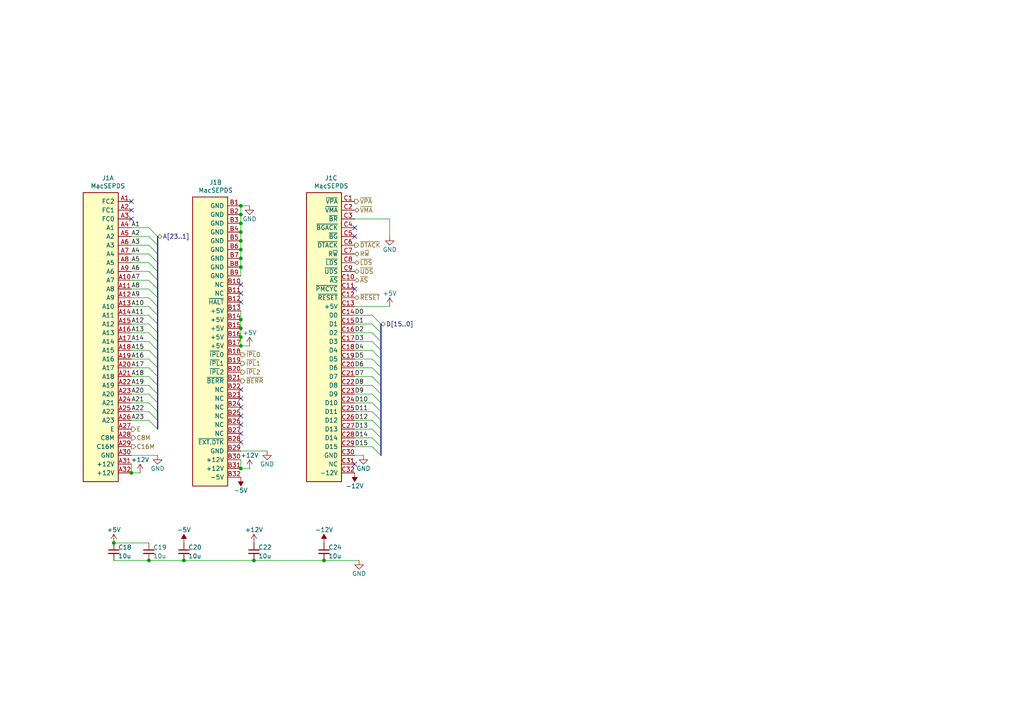
<source format=kicad_sch>
(kicad_sch (version 20211123) (generator eeschema)
  (paper "A4")
  (lib_symbols
    (symbol "Device:C_Small" (pin_numbers hide) (pin_names (offset 0.254) hide)
      (property "Reference" "C" (at 0.254 1.778 0))
      (property "Value" "C_Small" (at 0.254 -2.032 0))
      (symbol "C_Small_0_1"
        (polyline (pts (xy -1.524 -0.508) (xy 1.524 -0.508)) (stroke (width 0.3302)))
        (polyline (pts (xy -1.524 0.508) (xy 1.524 0.508)) (stroke (width 0.3048)))
      )
      (symbol "C_Small_1_1"
        (pin passive line (at 0 2.54 270) (length 2.032) (name "~") (number "1"))
        (pin passive line (at 0 -2.54 90) (length 2.032) (name "~") (number "2"))
      )
    )
    (symbol "GW_Connector:MacSEPDS" (pin_names (offset 1.016))
      (property "Reference" "J" (at 0 45.72 0))
      (property "Value" "MacSEPDS" (at 0 -40.64 0))
      (symbol "MacSEPDS_0_1"
        (rectangle (start 0 44.45) (end -10.16 -39.37) (stroke (width 0.254)) (fill (type background)))
      )
      (symbol "MacSEPDS_1_1"
        (pin unspecified line (at 3.81 41.91 180) (length 3.81) (name "FC2") (number "A1"))
        (pin unspecified line (at 3.81 19.05 180) (length 3.81) (name "A7") (number "A10"))
        (pin unspecified line (at 3.81 16.51 180) (length 3.81) (name "A8") (number "A11"))
        (pin unspecified line (at 3.81 13.97 180) (length 3.81) (name "A9") (number "A12"))
        (pin unspecified line (at 3.81 11.43 180) (length 3.81) (name "A10") (number "A13"))
        (pin unspecified line (at 3.81 8.89 180) (length 3.81) (name "A11") (number "A14"))
        (pin unspecified line (at 3.81 6.35 180) (length 3.81) (name "A12") (number "A15"))
        (pin unspecified line (at 3.81 3.81 180) (length 3.81) (name "A13") (number "A16"))
        (pin unspecified line (at 3.81 1.27 180) (length 3.81) (name "A14") (number "A17"))
        (pin unspecified line (at 3.81 -1.27 180) (length 3.81) (name "A15") (number "A18"))
        (pin unspecified line (at 3.81 -3.81 180) (length 3.81) (name "A16") (number "A19"))
        (pin unspecified line (at 3.81 39.37 180) (length 3.81) (name "FC1") (number "A2"))
        (pin unspecified line (at 3.81 -6.35 180) (length 3.81) (name "A17") (number "A20"))
        (pin unspecified line (at 3.81 -8.89 180) (length 3.81) (name "A18") (number "A21"))
        (pin unspecified line (at 3.81 -11.43 180) (length 3.81) (name "A19") (number "A22"))
        (pin unspecified line (at 3.81 -13.97 180) (length 3.81) (name "A20") (number "A23"))
        (pin unspecified line (at 3.81 -16.51 180) (length 3.81) (name "A21") (number "A24"))
        (pin unspecified line (at 3.81 -19.05 180) (length 3.81) (name "A22") (number "A25"))
        (pin unspecified line (at 3.81 -21.59 180) (length 3.81) (name "A23") (number "A26"))
        (pin unspecified line (at 3.81 -24.13 180) (length 3.81) (name "E") (number "A27"))
        (pin unspecified line (at 3.81 -26.67 180) (length 3.81) (name "C8M") (number "A28"))
        (pin unspecified line (at 3.81 -29.21 180) (length 3.81) (name "C16M") (number "A29"))
        (pin unspecified line (at 3.81 36.83 180) (length 3.81) (name "FC0") (number "A3"))
        (pin unspecified line (at 3.81 -31.75 180) (length 3.81) (name "GND") (number "A30"))
        (pin unspecified line (at 3.81 -34.29 180) (length 3.81) (name "+12V") (number "A31"))
        (pin unspecified line (at 3.81 -36.83 180) (length 3.81) (name "+12V") (number "A32"))
        (pin unspecified line (at 3.81 34.29 180) (length 3.81) (name "A1") (number "A4"))
        (pin unspecified line (at 3.81 31.75 180) (length 3.81) (name "A2") (number "A5"))
        (pin unspecified line (at 3.81 29.21 180) (length 3.81) (name "A3") (number "A6"))
        (pin unspecified line (at 3.81 26.67 180) (length 3.81) (name "A4") (number "A7"))
        (pin unspecified line (at 3.81 24.13 180) (length 3.81) (name "A5") (number "A8"))
        (pin unspecified line (at 3.81 21.59 180) (length 3.81) (name "A6") (number "A9"))
      )
      (symbol "MacSEPDS_2_1"
        (pin unspecified line (at 3.81 41.91 180) (length 3.81) (name "GND") (number "B1"))
        (pin unspecified line (at 3.81 19.05 180) (length 3.81) (name "NC") (number "B10"))
        (pin unspecified line (at 3.81 16.51 180) (length 3.81) (name "NC") (number "B11"))
        (pin unspecified line (at 3.81 13.97 180) (length 3.81) (name "~{HALT}") (number "B12"))
        (pin unspecified line (at 3.81 11.43 180) (length 3.81) (name "+5V") (number "B13"))
        (pin unspecified line (at 3.81 8.89 180) (length 3.81) (name "+5V") (number "B14"))
        (pin unspecified line (at 3.81 6.35 180) (length 3.81) (name "+5V") (number "B15"))
        (pin unspecified line (at 3.81 3.81 180) (length 3.81) (name "+5V") (number "B16"))
        (pin unspecified line (at 3.81 1.27 180) (length 3.81) (name "+5V") (number "B17"))
        (pin unspecified line (at 3.81 -1.27 180) (length 3.81) (name "~{IPL}0") (number "B18"))
        (pin unspecified line (at 3.81 -3.81 180) (length 3.81) (name "~{IPL}1") (number "B19"))
        (pin unspecified line (at 3.81 39.37 180) (length 3.81) (name "GND") (number "B2"))
        (pin unspecified line (at 3.81 -6.35 180) (length 3.81) (name "~{IPL}2") (number "B20"))
        (pin unspecified line (at 3.81 -8.89 180) (length 3.81) (name "~{BERR}") (number "B21"))
        (pin unspecified line (at 3.81 -11.43 180) (length 3.81) (name "NC") (number "B22"))
        (pin unspecified line (at 3.81 -13.97 180) (length 3.81) (name "NC") (number "B23"))
        (pin unspecified line (at 3.81 -16.51 180) (length 3.81) (name "NC") (number "B24"))
        (pin unspecified line (at 3.81 -19.05 180) (length 3.81) (name "NC") (number "B25"))
        (pin unspecified line (at 3.81 -21.59 180) (length 3.81) (name "NC") (number "B26"))
        (pin unspecified line (at 3.81 -24.13 180) (length 3.81) (name "NC") (number "B27"))
        (pin unspecified line (at 3.81 -26.67 180) (length 3.81) (name "~{EXT.DTK}") (number "B28"))
        (pin unspecified line (at 3.81 -29.21 180) (length 3.81) (name "GND") (number "B29"))
        (pin unspecified line (at 3.81 36.83 180) (length 3.81) (name "GND") (number "B3"))
        (pin unspecified line (at 3.81 -31.75 180) (length 3.81) (name "+12V") (number "B30"))
        (pin unspecified line (at 3.81 -34.29 180) (length 3.81) (name "+12V") (number "B31"))
        (pin unspecified line (at 3.81 -36.83 180) (length 3.81) (name "-5V") (number "B32"))
        (pin unspecified line (at 3.81 34.29 180) (length 3.81) (name "GND") (number "B4"))
        (pin unspecified line (at 3.81 31.75 180) (length 3.81) (name "GND") (number "B5"))
        (pin unspecified line (at 3.81 29.21 180) (length 3.81) (name "GND") (number "B6"))
        (pin unspecified line (at 3.81 26.67 180) (length 3.81) (name "GND") (number "B7"))
        (pin unspecified line (at 3.81 24.13 180) (length 3.81) (name "GND") (number "B8"))
        (pin unspecified line (at 3.81 21.59 180) (length 3.81) (name "GND") (number "B9"))
      )
      (symbol "MacSEPDS_3_1"
        (pin unspecified line (at 3.81 41.91 180) (length 3.81) (name "~{VPA}") (number "C1"))
        (pin unspecified line (at 3.81 19.05 180) (length 3.81) (name "~{AS}") (number "C10"))
        (pin unspecified line (at 3.81 16.51 180) (length 3.81) (name "~{PMCYC}") (number "C11"))
        (pin unspecified line (at 3.81 13.97 180) (length 3.81) (name "~{RESET}") (number "C12"))
        (pin unspecified line (at 3.81 11.43 180) (length 3.81) (name "+5V") (number "C13"))
        (pin unspecified line (at 3.81 8.89 180) (length 3.81) (name "D0") (number "C14"))
        (pin unspecified line (at 3.81 6.35 180) (length 3.81) (name "D1") (number "C15"))
        (pin unspecified line (at 3.81 3.81 180) (length 3.81) (name "D2") (number "C16"))
        (pin unspecified line (at 3.81 1.27 180) (length 3.81) (name "D3") (number "C17"))
        (pin unspecified line (at 3.81 -1.27 180) (length 3.81) (name "D4") (number "C18"))
        (pin unspecified line (at 3.81 -3.81 180) (length 3.81) (name "D5") (number "C19"))
        (pin unspecified line (at 3.81 39.37 180) (length 3.81) (name "~{VMA}") (number "C2"))
        (pin unspecified line (at 3.81 -6.35 180) (length 3.81) (name "D6") (number "C20"))
        (pin unspecified line (at 3.81 -8.89 180) (length 3.81) (name "D7") (number "C21"))
        (pin unspecified line (at 3.81 -11.43 180) (length 3.81) (name "D8") (number "C22"))
        (pin unspecified line (at 3.81 -13.97 180) (length 3.81) (name "D9") (number "C23"))
        (pin unspecified line (at 3.81 -16.51 180) (length 3.81) (name "D10") (number "C24"))
        (pin unspecified line (at 3.81 -19.05 180) (length 3.81) (name "D11") (number "C25"))
        (pin unspecified line (at 3.81 -21.59 180) (length 3.81) (name "D12") (number "C26"))
        (pin unspecified line (at 3.81 -24.13 180) (length 3.81) (name "D13") (number "C27"))
        (pin unspecified line (at 3.81 -26.67 180) (length 3.81) (name "D14") (number "C28"))
        (pin unspecified line (at 3.81 -29.21 180) (length 3.81) (name "D15") (number "C29"))
        (pin unspecified line (at 3.81 36.83 180) (length 3.81) (name "~{BR}") (number "C3"))
        (pin unspecified line (at 3.81 -31.75 180) (length 3.81) (name "GND") (number "C30"))
        (pin unspecified line (at 3.81 -34.29 180) (length 3.81) (name "NC") (number "C31"))
        (pin unspecified line (at 3.81 -36.83 180) (length 3.81) (name "-12V") (number "C32"))
        (pin unspecified line (at 3.81 34.29 180) (length 3.81) (name "~{BGACK}") (number "C4"))
        (pin unspecified line (at 3.81 31.75 180) (length 3.81) (name "~{BG}") (number "C5"))
        (pin unspecified line (at 3.81 29.21 180) (length 3.81) (name "~{DTACK}") (number "C6"))
        (pin unspecified line (at 3.81 26.67 180) (length 3.81) (name "R~{W}") (number "C7"))
        (pin unspecified line (at 3.81 24.13 180) (length 3.81) (name "~{LDS}") (number "C8"))
        (pin unspecified line (at 3.81 21.59 180) (length 3.81) (name "~{UDS}") (number "C9"))
      )
    )
    (symbol "power:+12V" (power) (pin_names (offset 0))
      (property "Value" "+12V" (at 0 3.556 0))
      (symbol "+12V_0_1"
        (polyline (pts (xy -0.762 1.27) (xy 0 2.54)))
        (polyline (pts (xy 0 0) (xy 0 2.54)))
        (polyline (pts (xy 0 2.54) (xy 0.762 1.27)))
      )
      (symbol "+12V_1_1"
        (pin power_in line (at 0 0 90) (length 0) hide (name "+12V") (number "1"))
      )
    )
    (symbol "power:+5V" (power) (pin_names (offset 0))
      (property "Value" "+5V" (at 0 3.556 0))
      (symbol "+5V_0_1"
        (polyline (pts (xy -0.762 1.27) (xy 0 2.54)))
        (polyline (pts (xy 0 0) (xy 0 2.54)))
        (polyline (pts (xy 0 2.54) (xy 0.762 1.27)))
      )
      (symbol "+5V_1_1"
        (pin power_in line (at 0 0 90) (length 0) hide (name "+5V") (number "1"))
      )
    )
    (symbol "power:-12V" (power) (pin_names (offset 0))
      (property "Value" "-12V" (at 0 3.81 0))
      (symbol "-12V_0_0"
        (pin power_in line (at 0 0 90) (length 0) hide (name "-12V") (number "1"))
      )
      (symbol "-12V_0_1"
        (polyline (pts (xy 0 0) (xy 0 1.27) (xy 0.762 1.27) (xy 0 2.54) (xy -0.762 1.27) (xy 0 1.27)) (fill (type outline)))
      )
    )
    (symbol "power:-5V" (power) (pin_names (offset 0))
      (property "Value" "-5V" (at 0 3.81 0))
      (symbol "-5V_0_0"
        (pin power_in line (at 0 0 90) (length 0) hide (name "-5V") (number "1"))
      )
      (symbol "-5V_0_1"
        (polyline (pts (xy 0 0) (xy 0 1.27) (xy 0.762 1.27) (xy 0 2.54) (xy -0.762 1.27) (xy 0 1.27)) (fill (type outline)))
      )
    )
    (symbol "power:GND" (power) (pin_names (offset 0))
      (property "Value" "GND" (at 0 -3.81 0))
      (symbol "GND_0_1"
        (polyline (pts (xy 0 0) (xy 0 -1.27) (xy 1.27 -1.27) (xy 0 -2.54) (xy -1.27 -1.27) (xy 0 -1.27)))
      )
      (symbol "GND_1_1"
        (pin power_in line (at 0 0 270) (length 0) hide (name "GND") (number "1"))
      )
    )
  )
  (junction (at 69.85 92.71))
  (junction (at 69.85 59.69))
  (junction (at 69.85 62.23))
  (junction (at 69.85 69.85))
  (junction (at 33.02 157.48))
  (junction (at 69.85 100.33))
  (junction (at 69.85 135.89))
  (junction (at 69.85 95.25))
  (junction (at 93.98 162.56))
  (junction (at 69.85 67.31))
  (junction (at 38.1 137.16))
  (junction (at 73.66 162.56))
  (junction (at 43.18 162.56))
  (junction (at 69.85 64.77))
  (junction (at 53.34 162.56))
  (junction (at 69.85 72.39))
  (junction (at 69.85 74.93))
  (junction (at 69.85 97.79))
  (junction (at 69.85 77.47))
  (no_connect (at 69.85 85.09))
  (no_connect (at 102.87 66.04))
  (no_connect (at 69.85 82.55))
  (no_connect (at 69.85 123.19))
  (no_connect (at 69.85 118.11))
  (no_connect (at 38.1 60.96))
  (no_connect (at 69.85 120.65))
  (no_connect (at 38.1 63.5))
  (no_connect (at 102.87 68.58))
  (no_connect (at 69.85 87.63))
  (no_connect (at 69.85 125.73))
  (no_connect (at 38.1 58.42))
  (no_connect (at 102.87 134.62))
  (no_connect (at 69.85 128.27))
  (no_connect (at 69.85 113.03))
  (no_connect (at 69.85 115.57))
  (no_connect (at 102.87 83.82))
  (bus_entry (at 43.18 73.66) (size 2.54 2.54))
  (bus_entry (at 107.95 121.92) (size 2.54 2.54))
  (bus_entry (at 107.95 91.44) (size 2.54 2.54))
  (bus_entry (at 107.95 119.38) (size 2.54 2.54))
  (bus_entry (at 107.95 114.3) (size 2.54 2.54))
  (bus_entry (at 43.18 68.58) (size 2.54 2.54))
  (bus_entry (at 43.18 99.06) (size 2.54 2.54))
  (bus_entry (at 107.95 111.76) (size 2.54 2.54))
  (bus_entry (at 107.95 129.54) (size 2.54 2.54))
  (bus_entry (at 43.18 76.2) (size 2.54 2.54))
  (bus_entry (at 43.18 111.76) (size 2.54 2.54))
  (bus_entry (at 43.18 83.82) (size 2.54 2.54))
  (bus_entry (at 43.18 121.92) (size 2.54 2.54))
  (bus_entry (at 107.95 127) (size 2.54 2.54))
  (bus_entry (at 43.18 78.74) (size 2.54 2.54))
  (bus_entry (at 43.18 66.04) (size 2.54 2.54))
  (bus_entry (at 43.18 91.44) (size 2.54 2.54))
  (bus_entry (at 107.95 101.6) (size 2.54 2.54))
  (bus_entry (at 43.18 114.3) (size 2.54 2.54))
  (bus_entry (at 43.18 81.28) (size 2.54 2.54))
  (bus_entry (at 43.18 71.12) (size 2.54 2.54))
  (bus_entry (at 107.95 99.06) (size 2.54 2.54))
  (bus_entry (at 107.95 93.98) (size 2.54 2.54))
  (bus_entry (at 43.18 116.84) (size 2.54 2.54))
  (bus_entry (at 107.95 106.68) (size 2.54 2.54))
  (bus_entry (at 43.18 101.6) (size 2.54 2.54))
  (bus_entry (at 43.18 104.14) (size 2.54 2.54))
  (bus_entry (at 43.18 109.22) (size 2.54 2.54))
  (bus_entry (at 107.95 96.52) (size 2.54 2.54))
  (bus_entry (at 43.18 93.98) (size 2.54 2.54))
  (bus_entry (at 107.95 109.22) (size 2.54 2.54))
  (bus_entry (at 107.95 124.46) (size 2.54 2.54))
  (bus_entry (at 43.18 86.36) (size 2.54 2.54))
  (bus_entry (at 107.95 116.84) (size 2.54 2.54))
  (bus_entry (at 43.18 96.52) (size 2.54 2.54))
  (bus_entry (at 107.95 104.14) (size 2.54 2.54))
  (bus_entry (at 43.18 119.38) (size 2.54 2.54))
  (bus_entry (at 43.18 106.68) (size 2.54 2.54))
  (bus_entry (at 43.18 88.9) (size 2.54 2.54))
  (wire (pts (xy 69.85 69.85) (xy 69.85 67.31)))
  (wire (pts (xy 38.1 109.22) (xy 43.18 109.22)))
  (bus (pts (xy 45.72 68.58) (xy 45.72 71.12)))
  (wire (pts (xy 102.87 116.84) (xy 107.95 116.84)))
  (bus (pts (xy 110.49 109.22) (xy 110.49 111.76)))
  (wire (pts (xy 40.64 137.16) (xy 38.1 137.16)))
  (bus (pts (xy 110.49 106.68) (xy 110.49 109.22)))
  (wire (pts (xy 102.87 99.06) (xy 107.95 99.06)))
  (bus (pts (xy 45.72 86.36) (xy 45.72 88.9)))
  (bus (pts (xy 45.72 121.92) (xy 45.72 124.46)))
  (wire (pts (xy 69.85 95.25) (xy 69.85 97.79)))
  (bus (pts (xy 45.72 111.76) (xy 45.72 114.3)))
  (bus (pts (xy 110.49 129.54) (xy 110.49 132.08)))
  (bus (pts (xy 45.72 71.12) (xy 45.72 73.66)))
  (wire (pts (xy 38.1 78.74) (xy 43.18 78.74)))
  (wire (pts (xy 69.85 67.31) (xy 69.85 64.77)))
  (bus (pts (xy 110.49 111.76) (xy 110.49 114.3)))
  (bus (pts (xy 45.72 76.2) (xy 45.72 78.74)))
  (wire (pts (xy 102.87 106.68) (xy 107.95 106.68)))
  (wire (pts (xy 69.85 62.23) (xy 69.85 59.69)))
  (wire (pts (xy 102.87 91.44) (xy 107.95 91.44)))
  (bus (pts (xy 110.49 114.3) (xy 110.49 116.84)))
  (wire (pts (xy 43.18 162.56) (xy 53.34 162.56)))
  (wire (pts (xy 38.1 106.68) (xy 43.18 106.68)))
  (bus (pts (xy 45.72 73.66) (xy 45.72 76.2)))
  (bus (pts (xy 45.72 114.3) (xy 45.72 116.84)))
  (bus (pts (xy 45.72 109.22) (xy 45.72 111.76)))
  (wire (pts (xy 33.02 157.48) (xy 43.18 157.48)))
  (wire (pts (xy 38.1 73.66) (xy 43.18 73.66)))
  (bus (pts (xy 45.72 96.52) (xy 45.72 99.06)))
  (wire (pts (xy 102.87 109.22) (xy 107.95 109.22)))
  (wire (pts (xy 113.03 63.5) (xy 113.03 68.58)))
  (wire (pts (xy 102.87 93.98) (xy 107.95 93.98)))
  (bus (pts (xy 45.72 78.74) (xy 45.72 81.28)))
  (wire (pts (xy 38.1 114.3) (xy 43.18 114.3)))
  (wire (pts (xy 102.87 111.76) (xy 107.95 111.76)))
  (bus (pts (xy 45.72 101.6) (xy 45.72 104.14)))
  (wire (pts (xy 38.1 101.6) (xy 43.18 101.6)))
  (wire (pts (xy 69.85 72.39) (xy 69.85 69.85)))
  (wire (pts (xy 38.1 66.04) (xy 43.18 66.04)))
  (wire (pts (xy 38.1 121.92) (xy 43.18 121.92)))
  (wire (pts (xy 38.1 76.2) (xy 43.18 76.2)))
  (wire (pts (xy 45.72 132.08) (xy 38.1 132.08)))
  (bus (pts (xy 110.49 96.52) (xy 110.49 99.06)))
  (wire (pts (xy 69.85 80.01) (xy 69.85 77.47)))
  (wire (pts (xy 69.85 64.77) (xy 69.85 62.23)))
  (bus (pts (xy 110.49 99.06) (xy 110.49 101.6)))
  (bus (pts (xy 45.72 99.06) (xy 45.72 101.6)))
  (bus (pts (xy 45.72 119.38) (xy 45.72 121.92)))
  (wire (pts (xy 93.98 162.56) (xy 104.14 162.56)))
  (wire (pts (xy 102.87 88.9) (xy 113.03 88.9)))
  (wire (pts (xy 102.87 132.08) (xy 105.41 132.08)))
  (wire (pts (xy 102.87 124.46) (xy 107.95 124.46)))
  (wire (pts (xy 102.87 96.52) (xy 107.95 96.52)))
  (bus (pts (xy 110.49 119.38) (xy 110.49 121.92)))
  (wire (pts (xy 102.87 63.5) (xy 113.03 63.5)))
  (wire (pts (xy 38.1 119.38) (xy 43.18 119.38)))
  (bus (pts (xy 110.49 127) (xy 110.49 129.54)))
  (wire (pts (xy 102.87 114.3) (xy 107.95 114.3)))
  (wire (pts (xy 102.87 101.6) (xy 107.95 101.6)))
  (bus (pts (xy 45.72 83.82) (xy 45.72 86.36)))
  (bus (pts (xy 110.49 104.14) (xy 110.49 106.68)))
  (wire (pts (xy 102.87 129.54) (xy 107.95 129.54)))
  (wire (pts (xy 69.85 133.35) (xy 69.85 135.89)))
  (wire (pts (xy 38.1 91.44) (xy 43.18 91.44)))
  (bus (pts (xy 45.72 93.98) (xy 45.72 96.52)))
  (wire (pts (xy 102.87 127) (xy 107.95 127)))
  (bus (pts (xy 110.49 124.46) (xy 110.49 127)))
  (wire (pts (xy 69.85 92.71) (xy 69.85 95.25)))
  (wire (pts (xy 38.1 116.84) (xy 43.18 116.84)))
  (wire (pts (xy 102.87 119.38) (xy 107.95 119.38)))
  (wire (pts (xy 38.1 81.28) (xy 43.18 81.28)))
  (wire (pts (xy 69.85 77.47) (xy 69.85 74.93)))
  (bus (pts (xy 45.72 88.9) (xy 45.72 91.44)))
  (wire (pts (xy 38.1 104.14) (xy 43.18 104.14)))
  (wire (pts (xy 38.1 96.52) (xy 43.18 96.52)))
  (wire (pts (xy 38.1 111.76) (xy 43.18 111.76)))
  (bus (pts (xy 110.49 93.98) (xy 110.49 96.52)))
  (wire (pts (xy 69.85 74.93) (xy 69.85 72.39)))
  (wire (pts (xy 33.02 162.56) (xy 43.18 162.56)))
  (bus (pts (xy 45.72 104.14) (xy 45.72 106.68)))
  (wire (pts (xy 72.39 59.69) (xy 69.85 59.69)))
  (wire (pts (xy 38.1 86.36) (xy 43.18 86.36)))
  (bus (pts (xy 45.72 81.28) (xy 45.72 83.82)))
  (wire (pts (xy 38.1 68.58) (xy 43.18 68.58)))
  (wire (pts (xy 102.87 121.92) (xy 107.95 121.92)))
  (wire (pts (xy 77.47 130.81) (xy 69.85 130.81)))
  (bus (pts (xy 110.49 101.6) (xy 110.49 104.14)))
  (wire (pts (xy 69.85 97.79) (xy 69.85 100.33)))
  (wire (pts (xy 38.1 83.82) (xy 43.18 83.82)))
  (wire (pts (xy 38.1 93.98) (xy 43.18 93.98)))
  (wire (pts (xy 53.34 162.56) (xy 73.66 162.56)))
  (bus (pts (xy 110.49 116.84) (xy 110.49 119.38)))
  (wire (pts (xy 69.85 90.17) (xy 69.85 92.71)))
  (bus (pts (xy 45.72 106.68) (xy 45.72 109.22)))
  (wire (pts (xy 102.87 104.14) (xy 107.95 104.14)))
  (wire (pts (xy 38.1 71.12) (xy 43.18 71.12)))
  (bus (pts (xy 45.72 91.44) (xy 45.72 93.98)))
  (bus (pts (xy 45.72 116.84) (xy 45.72 119.38)))
  (wire (pts (xy 72.39 100.33) (xy 69.85 100.33)))
  (wire (pts (xy 72.39 135.89) (xy 69.85 135.89)))
  (wire (pts (xy 38.1 88.9) (xy 43.18 88.9)))
  (wire (pts (xy 73.66 162.56) (xy 93.98 162.56)))
  (bus (pts (xy 110.49 121.92) (xy 110.49 124.46)))
  (wire (pts (xy 38.1 137.16) (xy 38.1 134.62)))
  (wire (pts (xy 38.1 99.06) (xy 43.18 99.06)))
  (label "A21" (at 38.1 116.84 0))
  (label "A3" (at 38.1 71.12 0))
  (label "D12" (at 102.87 121.92 0))
  (label "A11" (at 38.1 91.44 0))
  (label "D7" (at 102.87 109.22 0))
  (label "A15" (at 38.1 101.6 0))
  (label "A20" (at 38.1 114.3 0))
  (label "A16" (at 38.1 104.14 0))
  (label "D9" (at 102.87 114.3 0))
  (label "A23" (at 38.1 121.92 0))
  (label "A18" (at 38.1 109.22 0))
  (label "A7" (at 38.1 81.28 0))
  (label "D2" (at 102.87 96.52 0))
  (label "A4" (at 38.1 73.66 0))
  (label "A8" (at 38.1 83.82 0))
  (label "A22" (at 38.1 119.38 0))
  (label "D6" (at 102.87 106.68 0))
  (label "A17" (at 38.1 106.68 0))
  (label "D5" (at 102.87 104.14 0))
  (label "A14" (at 38.1 99.06 0))
  (label "D1" (at 102.87 93.98 0))
  (label "D15" (at 102.87 129.54 0))
  (label "A5" (at 38.1 76.2 0))
  (label "D0" (at 102.87 91.44 0))
  (label "A6" (at 38.1 78.74 0))
  (label "A10" (at 38.1 88.9 0))
  (label "D14" (at 102.87 127 0))
  (label "A9" (at 38.1 86.36 0))
  (label "D8" (at 102.87 111.76 0))
  (label "A13" (at 38.1 96.52 0))
  (label "D3" (at 102.87 99.06 0))
  (label "D4" (at 102.87 101.6 0))
  (label "D10" (at 102.87 116.84 0))
  (label "A1" (at 38.1 66.04 0))
  (label "A12" (at 38.1 93.98 0))
  (label "D13" (at 102.87 124.46 0))
  (label "A19" (at 38.1 111.76 0))
  (label "D11" (at 102.87 119.38 0))
  (label "A2" (at 38.1 68.58 0))
  (hierarchical_label "E" (shape output) (at 38.1 124.46 0))
  (hierarchical_label "~{IPL}2" (shape output) (at 69.85 107.95 0))
  (hierarchical_label "C8M" (shape output) (at 38.1 127 0))
  (hierarchical_label "R~{W}" (shape bidirectional) (at 102.87 73.66 0))
  (hierarchical_label "~{AS}" (shape bidirectional) (at 102.87 81.28 0))
  (hierarchical_label "~{VMA}" (shape bidirectional) (at 102.87 60.96 0))
  (hierarchical_label "~{IPL}1" (shape output) (at 69.85 105.41 0))
  (hierarchical_label "~{UDS}" (shape bidirectional) (at 102.87 78.74 0))
  (hierarchical_label "~{RESET}" (shape bidirectional) (at 102.87 86.36 0))
  (hierarchical_label "A[23..1]" (shape bidirectional) (at 45.72 68.58 0))
  (hierarchical_label "C16M" (shape output) (at 38.1 129.54 0))
  (hierarchical_label "D[15..0]" (shape bidirectional) (at 110.49 93.98 0))
  (hierarchical_label "~{BERR}" (shape output) (at 69.85 110.49 0))
  (hierarchical_label "~{IPL}0" (shape output) (at 69.85 102.87 0))
  (hierarchical_label "~{DTACK}" (shape output) (at 102.87 71.12 0))
  (hierarchical_label "~{VPA}" (shape output) (at 102.87 58.42 0))
  (hierarchical_label "~{LDS}" (shape bidirectional) (at 102.87 76.2 0))
  (symbol (lib_id "GW_Connector:MacSEPDS") (at 34.29 100.33 0) (unit 1)
    (property "Reference" "J1" (at 31.2928 51.6382 0))
    (property "Value" "MacSEPDS" (at 31.2928 53.9496 0))
    (property "Footprint" "stdpads:DIN41612_R_3x32_Male_Vertical_THT" (effects hide))
  )
  (symbol (lib_id "GW_Connector:MacSEPDS") (at 66.04 101.6 0) (unit 2)
    (property "Reference" "J1" (at 62.5348 52.9082 0))
    (property "Value" "MacSEPDS" (at 62.5348 55.2196 0))
    (property "Footprint" "stdpads:DIN41612_R_3x32_Male_Vertical_THT" (effects hide))
  )
  (symbol (lib_id "GW_Connector:MacSEPDS") (at 99.06 100.33 0) (unit 3)
    (property "Reference" "J1" (at 96.0628 51.6382 0))
    (property "Value" "MacSEPDS" (at 96.0628 53.9496 0))
    (property "Footprint" "stdpads:DIN41612_R_3x32_Male_Vertical_THT" (effects hide))
  )
  (symbol (lib_id "power:+5V") (at 72.39 100.33 0) (unit 1)
    (property "Reference" "#PWR0143" (effects hide))
    (property "Value" "+5V" (at 72.39 96.52 0))
  )
  (symbol (lib_id "power:GND") (at 72.39 59.69 0) (unit 1)
    (property "Reference" "#PWR0144" (effects hide))
    (property "Value" "GND" (at 72.39 63.5 0))
  )
  (symbol (lib_id "power:GND") (at 105.41 132.08 0) (unit 1)
    (property "Reference" "#PWR0146" (effects hide))
    (property "Value" "GND" (at 105.41 135.89 0))
  )
  (symbol (lib_id "power:GND") (at 45.72 132.08 0) (unit 1)
    (property "Reference" "#PWR0147" (effects hide))
    (property "Value" "GND" (at 45.72 135.89 0))
  )
  (symbol (lib_id "power:+5V") (at 113.03 88.9 0) (unit 1)
    (property "Reference" "#PWR0148" (effects hide))
    (property "Value" "+5V" (at 113.03 85.09 0))
  )
  (symbol (lib_id "power:GND") (at 77.47 130.81 0) (unit 1)
    (property "Reference" "#PWR0149" (effects hide))
    (property "Value" "GND" (at 77.47 134.62 0))
  )
  (symbol (lib_id "Device:C_Small") (at 53.34 160.02 0) (unit 1)
    (property "Reference" "C20" (at 54.61 158.75 0) (effects (justify left)))
    (property "Value" "10u" (at 54.61 161.29 0) (effects (justify left)))
    (property "Footprint" "stdpads:C_0805" (effects hide))
    (property "LCSC Part" "C15850" (effects hide))
  )
  (symbol (lib_id "Device:C_Small") (at 43.18 160.02 0) (unit 1)
    (property "Reference" "C19" (at 44.45 158.75 0) (effects (justify left)))
    (property "Value" "10u" (at 44.45 161.29 0) (effects (justify left)))
    (property "Footprint" "stdpads:C_0805" (effects hide))
    (property "LCSC Part" "C15850" (effects hide))
  )
  (symbol (lib_id "Device:C_Small") (at 73.66 160.02 0) (unit 1)
    (property "Reference" "C22" (at 74.93 158.75 0) (effects (justify left)))
    (property "Value" "10u" (at 74.93 161.29 0) (effects (justify left)))
    (property "Footprint" "stdpads:C_0805" (effects hide))
    (property "LCSC Part" "C15850" (effects hide))
  )
  (symbol (lib_id "Device:C_Small") (at 33.02 160.02 0) (unit 1)
    (property "Reference" "C18" (at 34.29 158.75 0) (effects (justify left)))
    (property "Value" "10u" (at 34.29 161.29 0) (effects (justify left)))
    (property "Footprint" "stdpads:C_0805" (effects hide))
    (property "LCSC Part" "C15850" (effects hide))
  )
  (symbol (lib_id "power:+5V") (at 33.02 157.48 0) (unit 1)
    (property "Reference" "#PWR0151" (effects hide))
    (property "Value" "+5V" (at 33.02 153.67 0))
  )
  (symbol (lib_id "power:+12V") (at 73.66 157.48 0) (unit 1)
    (property "Reference" "#PWR0155" (effects hide))
    (property "Value" "+12V" (at 73.66 153.67 0))
  )
  (symbol (lib_id "power:-12V") (at 93.98 157.48 0) (unit 1)
    (property "Reference" "#PWR0152" (effects hide))
    (property "Value" "-12V" (at 93.98 153.67 0))
  )
  (symbol (lib_id "power:GND") (at 104.14 162.56 0) (mirror y) (unit 1)
    (property "Reference" "#PWR0153" (effects hide))
    (property "Value" "GND" (at 104.14 166.37 0))
  )
  (symbol (lib_id "Device:C_Small") (at 93.98 160.02 0) (unit 1)
    (property "Reference" "C24" (at 95.25 158.75 0) (effects (justify left)))
    (property "Value" "10u" (at 95.25 161.29 0) (effects (justify left)))
    (property "Footprint" "stdpads:C_0805" (effects hide))
    (property "LCSC Part" "C15850" (effects hide))
  )
  (symbol (lib_id "power:-5V") (at 53.34 157.48 0) (unit 1)
    (property "Reference" "#PWR0154" (effects hide))
    (property "Value" "-5V" (at 53.34 153.67 0))
  )
  (symbol (lib_id "power:GND") (at 113.03 68.58 0) (unit 1)
    (property "Reference" "#PWR0156" (effects hide))
    (property "Value" "GND" (at 113.03 72.39 0))
  )
  (symbol (lib_id "power:-5V") (at 69.85 138.43 180) (unit 1)
    (property "Reference" "#PWR0109" (effects hide))
    (property "Value" "-5V" (at 69.85 142.24 0))
  )
  (symbol (lib_id "power:+12V") (at 40.64 137.16 0) (unit 1)
    (property "Reference" "#PWR0110" (effects hide))
    (property "Value" "+12V" (at 40.64 133.35 0))
  )
  (symbol (lib_id "power:+12V") (at 72.39 135.89 0) (unit 1)
    (property "Reference" "#PWR0111" (effects hide))
    (property "Value" "+12V" (at 72.39 132.08 0))
  )
  (symbol (lib_id "power:-12V") (at 102.87 137.16 180) (unit 1)
    (property "Reference" "#PWR0112" (effects hide))
    (property "Value" "-12V" (at 102.87 140.97 0))
  )
)
</source>
